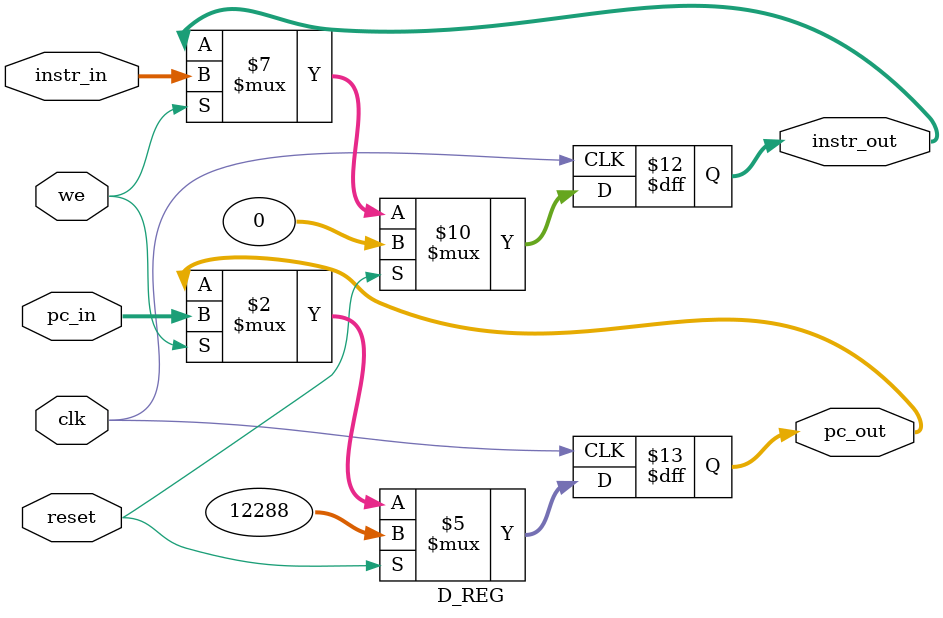
<source format=v>
`timescale 1ns / 1ps
`include "const.v"


module D_REG(
    input reset,
    input clk,
    input we,
    input [31:0] instr_in,
    output reg[31:0] instr_out,
    input [31:0] pc_in,
    output reg[31:0] pc_out
    );
	always@(posedge clk)begin
		if(reset)begin
			instr_out <= 0;
			pc_out <= 32'h0000_3000;
		end
		else if(we)begin
			instr_out <= instr_in;
			pc_out <= pc_in;
		end
	end

endmodule

</source>
